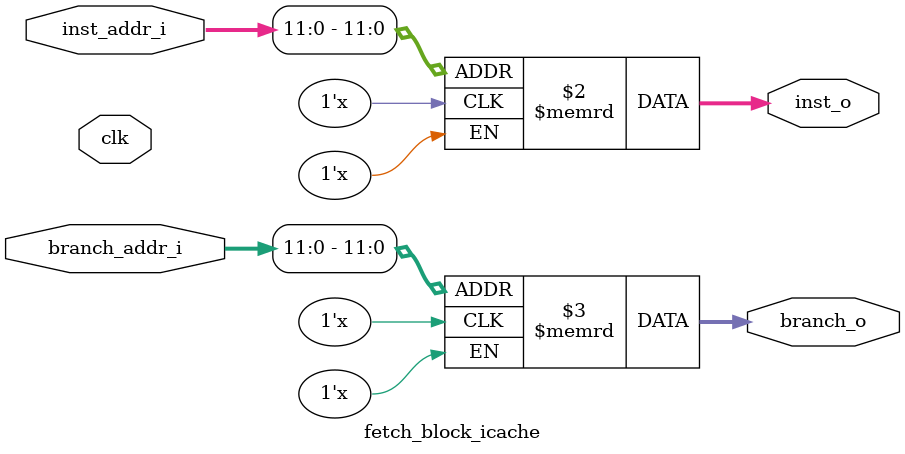
<source format=sv>
/* verilator lint_off UNUSED */
module fetch_block_icache(
    input clk,
    input  [64-1:0] inst_addr_i,
    input  [64-1:0] branch_addr_i,
    output [32-1:0] inst_o,
    output [32-1:0] branch_o);

  reg [32-1:0] inst_o, branch_o;
  reg [32-1:0] icache[4096-1:0] /*verilator public*/;

  always @(*) begin
    inst_o = icache[inst_addr_i[11:0]];
    branch_o = icache[branch_addr_i[11:0]];
  end
endmodule
/* verilator lint_off UNUSED */

</source>
